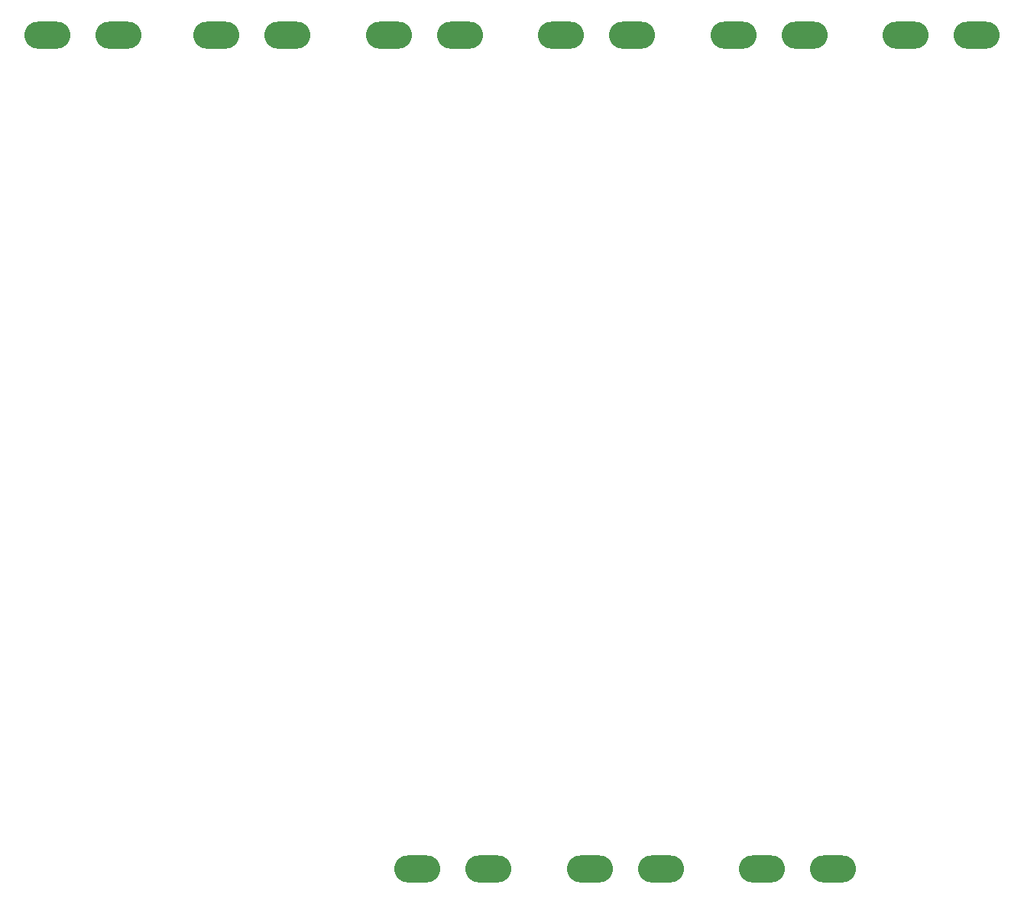
<source format=gbp>
%TF.GenerationSoftware,KiCad,Pcbnew,(6.0.10)*%
%TF.CreationDate,2022-12-30T00:20:44-06:00*%
%TF.ProjectId,Armboard_Hardware,41726d62-6f61-4726-945f-486172647761,rev?*%
%TF.SameCoordinates,Original*%
%TF.FileFunction,Paste,Bot*%
%TF.FilePolarity,Positive*%
%FSLAX46Y46*%
G04 Gerber Fmt 4.6, Leading zero omitted, Abs format (unit mm)*
G04 Created by KiCad (PCBNEW (6.0.10)) date 2022-12-30 00:20:44*
%MOMM*%
%LPD*%
G01*
G04 APERTURE LIST*
%ADD10O,5.100000X3.000000*%
G04 APERTURE END LIST*
D10*
X169713480Y-173806600D03*
X177587480Y-173806600D03*
X226621704Y-173806600D03*
X234495704Y-173806600D03*
X256779004Y-266256800D03*
X248905004Y-266256800D03*
X218601212Y-266256800D03*
X210727212Y-266256800D03*
X188461028Y-173806600D03*
X196335028Y-173806600D03*
X207535016Y-173806600D03*
X215409016Y-173806600D03*
X245708392Y-173806600D03*
X253582392Y-173806600D03*
X237690000Y-266256800D03*
X229816000Y-266256800D03*
X264795080Y-173806600D03*
X272669080Y-173806600D03*
M02*

</source>
